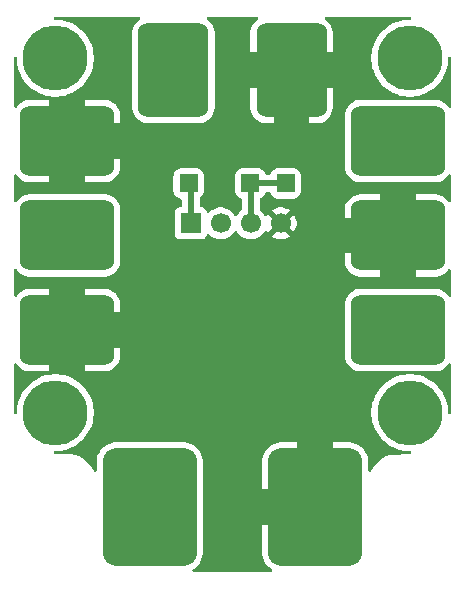
<source format=gbr>
%TF.GenerationSoftware,KiCad,Pcbnew,9.0.4*%
%TF.CreationDate,2025-09-29T17:30:00-04:00*%
%TF.ProjectId,power-board,706f7765-722d-4626-9f61-72642e6b6963,rev?*%
%TF.SameCoordinates,Original*%
%TF.FileFunction,Copper,L1,Top*%
%TF.FilePolarity,Positive*%
%FSLAX46Y46*%
G04 Gerber Fmt 4.6, Leading zero omitted, Abs format (unit mm)*
G04 Created by KiCad (PCBNEW 9.0.4) date 2025-09-29 17:30:00*
%MOMM*%
%LPD*%
G01*
G04 APERTURE LIST*
G04 Aperture macros list*
%AMRoundRect*
0 Rectangle with rounded corners*
0 $1 Rounding radius*
0 $2 $3 $4 $5 $6 $7 $8 $9 X,Y pos of 4 corners*
0 Add a 4 corners polygon primitive as box body*
4,1,4,$2,$3,$4,$5,$6,$7,$8,$9,$2,$3,0*
0 Add four circle primitives for the rounded corners*
1,1,$1+$1,$2,$3*
1,1,$1+$1,$4,$5*
1,1,$1+$1,$6,$7*
1,1,$1+$1,$8,$9*
0 Add four rect primitives between the rounded corners*
20,1,$1+$1,$2,$3,$4,$5,0*
20,1,$1+$1,$4,$5,$6,$7,0*
20,1,$1+$1,$6,$7,$8,$9,0*
20,1,$1+$1,$8,$9,$2,$3,0*%
G04 Aperture macros list end*
%TA.AperFunction,SMDPad,CuDef*%
%ADD10RoundRect,1.200000X-2.800000X-3.800000X2.800000X-3.800000X2.800000X3.800000X-2.800000X3.800000X0*%
%TD*%
%TA.AperFunction,ComponentPad*%
%ADD11C,0.600000*%
%TD*%
%TA.AperFunction,SMDPad,CuDef*%
%ADD12RoundRect,0.900000X3.100000X-2.100000X3.100000X2.100000X-3.100000X2.100000X-3.100000X-2.100000X0*%
%TD*%
%TA.AperFunction,SMDPad,CuDef*%
%ADD13RoundRect,0.900000X-2.100000X-3.100000X2.100000X-3.100000X2.100000X3.100000X-2.100000X3.100000X0*%
%TD*%
%TA.AperFunction,ComponentPad*%
%ADD14RoundRect,0.250000X-0.550000X-0.550000X0.550000X-0.550000X0.550000X0.550000X-0.550000X0.550000X0*%
%TD*%
%TA.AperFunction,ConnectorPad*%
%ADD15C,5.500000*%
%TD*%
%TA.AperFunction,ComponentPad*%
%ADD16C,3.600000*%
%TD*%
%TA.AperFunction,SMDPad,CuDef*%
%ADD17RoundRect,0.900000X-3.100000X2.100000X-3.100000X-2.100000X3.100000X-2.100000X3.100000X2.100000X0*%
%TD*%
%TA.AperFunction,ComponentPad*%
%ADD18C,1.700000*%
%TD*%
%TA.AperFunction,ComponentPad*%
%ADD19R,1.700000X1.700000*%
%TD*%
%TA.AperFunction,Conductor*%
%ADD20C,0.200000*%
%TD*%
%TA.AperFunction,Conductor*%
%ADD21C,0.500000*%
%TD*%
G04 APERTURE END LIST*
D10*
%TO.P,J9,1,Pin_1*%
%TO.N,/VBat*%
X78000000Y-88000000D03*
%TO.P,J9,2,Pin_2*%
%TO.N,GND*%
X92000000Y-88000000D03*
D11*
%TO.P,J9,3*%
%TO.N,/VBat*%
X75000000Y-84000000D03*
X75000000Y-86000000D03*
X75000000Y-88000000D03*
X75000000Y-90000000D03*
X75000000Y-92000000D03*
X77000000Y-84000000D03*
X77000000Y-86000000D03*
X77000000Y-88000000D03*
X77000000Y-90000000D03*
X77000000Y-92000000D03*
X79000000Y-84000000D03*
X79000000Y-86000000D03*
X79000000Y-88000000D03*
X79000000Y-90000000D03*
X79000000Y-92000000D03*
X81000000Y-84000000D03*
X81000000Y-86000000D03*
X81000000Y-88000000D03*
X81000000Y-90000000D03*
X81000000Y-92000000D03*
%TD*%
D12*
%TO.P,J8,1,Pin_1*%
%TO.N,GND*%
X99000000Y-65000000D03*
%TD*%
%TO.P,J6,1,Pin_1*%
%TO.N,GND*%
X71000000Y-73000000D03*
%TD*%
D13*
%TO.P,J4,1,Pin_1*%
%TO.N,GND*%
X90000000Y-51000000D03*
%TD*%
D12*
%TO.P,J2,1,Pin_1*%
%TO.N,GND*%
X71000000Y-57000000D03*
%TD*%
D14*
%TO.P,J11,1,Pin_1*%
%TO.N,/VCC_3V3*%
X86500000Y-60600000D03*
%TD*%
D15*
%TO.P,H4,1*%
%TO.N,N/C*%
X100000000Y-80000000D03*
D16*
X100000000Y-80000000D03*
%TD*%
D14*
%TO.P,J12,1,Pin_1*%
%TO.N,/VCC_3V3*%
X89500000Y-60600000D03*
%TD*%
D11*
%TO.P,J5,2*%
%TO.N,/VBat*%
X68000000Y-67000000D03*
X69500000Y-67000000D03*
X71000000Y-67000000D03*
X72500000Y-67000000D03*
X74000000Y-67000000D03*
X68000000Y-65000000D03*
X69500000Y-65000000D03*
X71000000Y-65000000D03*
X72500000Y-65000000D03*
X74000000Y-65000000D03*
X68000000Y-63000000D03*
X69500000Y-63000000D03*
X71000000Y-63000000D03*
X72500000Y-63000000D03*
X74000000Y-63000000D03*
D17*
%TO.P,J5,1,Pin_1*%
X71000000Y-65000000D03*
%TD*%
D11*
%TO.P,J7,2*%
%TO.N,/VBat*%
X102000000Y-71000000D03*
X100500000Y-71000000D03*
X99000000Y-71000000D03*
X97500000Y-71000000D03*
X96000000Y-71000000D03*
X102000000Y-73000000D03*
X100500000Y-73000000D03*
X99000000Y-73000000D03*
X97500000Y-73000000D03*
X96000000Y-73000000D03*
X102000000Y-75000000D03*
X100500000Y-75000000D03*
X99000000Y-75000000D03*
X97500000Y-75000000D03*
X96000000Y-75000000D03*
D12*
%TO.P,J7,1,Pin_1*%
X99000000Y-73000000D03*
%TD*%
D11*
%TO.P,J3,2*%
%TO.N,/VBat*%
X102000000Y-55000000D03*
X100500000Y-55000000D03*
X99000000Y-55000000D03*
X97500000Y-55000000D03*
X96000000Y-55000000D03*
X102000000Y-57000000D03*
X100500000Y-57000000D03*
X99000000Y-57000000D03*
X97500000Y-57000000D03*
X96000000Y-57000000D03*
X102000000Y-59000000D03*
X100500000Y-59000000D03*
X99000000Y-59000000D03*
X97500000Y-59000000D03*
X96000000Y-59000000D03*
D12*
%TO.P,J3,1,Pin_1*%
X99000000Y-57000000D03*
%TD*%
D15*
%TO.P,H1,1*%
%TO.N,N/C*%
X70000000Y-50000000D03*
D16*
X70000000Y-50000000D03*
%TD*%
D18*
%TO.P,P1,4,Pin_4*%
%TO.N,GND*%
X89080000Y-63975000D03*
%TO.P,P1,3,Pin_3*%
%TO.N,/VCC_3V3*%
X86540000Y-63975000D03*
%TO.P,P1,2,Pin_2*%
%TO.N,/VBat*%
X84000000Y-63975000D03*
D19*
%TO.P,P1,1,Pin_1*%
%TO.N,/EN*%
X81460000Y-63975000D03*
%TD*%
D13*
%TO.P,J1,1,Pin_1*%
%TO.N,/VBat*%
X80000000Y-51000000D03*
D11*
%TO.P,J1,2*%
X78000000Y-48000000D03*
X78000000Y-49500000D03*
X78000000Y-51000000D03*
X78000000Y-52500000D03*
X78000000Y-54000000D03*
X80000000Y-48000000D03*
X80000000Y-49500000D03*
X80000000Y-51000000D03*
X80000000Y-52500000D03*
X80000000Y-54000000D03*
X82000000Y-48000000D03*
X82000000Y-49500000D03*
X82000000Y-51000000D03*
X82000000Y-52500000D03*
X82000000Y-54000000D03*
%TD*%
D15*
%TO.P,H2,1*%
%TO.N,N/C*%
X100000000Y-50000000D03*
D16*
X100000000Y-50000000D03*
%TD*%
D14*
%TO.P,J10,1,Pin_1*%
%TO.N,/EN*%
X81300000Y-60600000D03*
%TD*%
D15*
%TO.P,H3,1*%
%TO.N,N/C*%
X70000000Y-80000000D03*
D16*
X70000000Y-80000000D03*
%TD*%
D20*
%TO.N,/EN*%
X81460000Y-60760000D02*
X81300000Y-60600000D01*
D21*
X81460000Y-63975000D02*
X81460000Y-60760000D01*
D20*
%TO.N,/VCC_3V3*%
X86540000Y-60640000D02*
X86500000Y-60600000D01*
D21*
X86540000Y-63975000D02*
X86540000Y-60640000D01*
X86500000Y-60600000D02*
X89500000Y-60600000D01*
%TD*%
%TA.AperFunction,Conductor*%
%TO.N,GND*%
G36*
X77128444Y-46520185D02*
G01*
X77174199Y-46572989D01*
X77184143Y-46642147D01*
X77155118Y-46705703D01*
X77124165Y-46731444D01*
X77121551Y-46732979D01*
X77088374Y-46752447D01*
X77088372Y-46752449D01*
X76906116Y-46906114D01*
X76906114Y-46906116D01*
X76752449Y-47088372D01*
X76752444Y-47088379D01*
X76631786Y-47293992D01*
X76576024Y-47441752D01*
X76547613Y-47517038D01*
X76547612Y-47517040D01*
X76547612Y-47517042D01*
X76502345Y-47751097D01*
X76502345Y-47751098D01*
X76499501Y-47804631D01*
X76499500Y-47804670D01*
X76499500Y-54195329D01*
X76499501Y-54195368D01*
X76502345Y-54248901D01*
X76502345Y-54248902D01*
X76511066Y-54293992D01*
X76547613Y-54482962D01*
X76560526Y-54517178D01*
X76631786Y-54706007D01*
X76752444Y-54911620D01*
X76752449Y-54911627D01*
X76906114Y-55093883D01*
X76906116Y-55093885D01*
X77088372Y-55247550D01*
X77088379Y-55247555D01*
X77293992Y-55368213D01*
X77517038Y-55452387D01*
X77751101Y-55497655D01*
X77804662Y-55500500D01*
X77804670Y-55500500D01*
X82195330Y-55500500D01*
X82195338Y-55500500D01*
X82248899Y-55497655D01*
X82482962Y-55452387D01*
X82706008Y-55368213D01*
X82911621Y-55247555D01*
X83093884Y-55093884D01*
X83094183Y-55093530D01*
X83247550Y-54911627D01*
X83247550Y-54911626D01*
X83247555Y-54911621D01*
X83368213Y-54706008D01*
X83452387Y-54482962D01*
X83497655Y-54248899D01*
X83500500Y-54195338D01*
X83500500Y-54195293D01*
X86500000Y-54195293D01*
X86500001Y-54195332D01*
X86502844Y-54248848D01*
X86502844Y-54248849D01*
X86548095Y-54482821D01*
X86632240Y-54705793D01*
X86752854Y-54911330D01*
X86752859Y-54911337D01*
X86906469Y-55093528D01*
X86906471Y-55093530D01*
X87088662Y-55247140D01*
X87088669Y-55247145D01*
X87294206Y-55367759D01*
X87517178Y-55451904D01*
X87751151Y-55497155D01*
X87804667Y-55499998D01*
X87804706Y-55500000D01*
X88500000Y-55500000D01*
X91500000Y-55500000D01*
X92195294Y-55500000D01*
X92195332Y-55499998D01*
X92248848Y-55497155D01*
X92248849Y-55497155D01*
X92482821Y-55451904D01*
X92705793Y-55367759D01*
X92911330Y-55247145D01*
X92911337Y-55247140D01*
X93093528Y-55093530D01*
X93093530Y-55093528D01*
X93247140Y-54911337D01*
X93247145Y-54911330D01*
X93367759Y-54705793D01*
X93451904Y-54482821D01*
X93497155Y-54248849D01*
X93497155Y-54248848D01*
X93499998Y-54195332D01*
X93500000Y-54195293D01*
X93500000Y-52500000D01*
X91500000Y-52500000D01*
X91500000Y-55500000D01*
X88500000Y-55500000D01*
X88500000Y-52500000D01*
X86500000Y-52500000D01*
X86500000Y-54195293D01*
X83500500Y-54195293D01*
X83500500Y-47804662D01*
X83497655Y-47751101D01*
X83452387Y-47517038D01*
X83368213Y-47293992D01*
X83247555Y-47088379D01*
X83247550Y-47088372D01*
X83093885Y-46906116D01*
X83093883Y-46906114D01*
X82911627Y-46752449D01*
X82911625Y-46752447D01*
X82891235Y-46740482D01*
X82875835Y-46731445D01*
X82827980Y-46680538D01*
X82815243Y-46611840D01*
X82841669Y-46547160D01*
X82898869Y-46507036D01*
X82938595Y-46500500D01*
X87062394Y-46500500D01*
X87129433Y-46520185D01*
X87175188Y-46572989D01*
X87185132Y-46642147D01*
X87156107Y-46705703D01*
X87125152Y-46731446D01*
X87088669Y-46752854D01*
X87088662Y-46752859D01*
X86906471Y-46906469D01*
X86906469Y-46906471D01*
X86752859Y-47088662D01*
X86752854Y-47088669D01*
X86632240Y-47294206D01*
X86548095Y-47517178D01*
X86502844Y-47751150D01*
X86502844Y-47751151D01*
X86500001Y-47804667D01*
X86500000Y-47804706D01*
X86500000Y-49500000D01*
X93500000Y-49500000D01*
X93500000Y-47804706D01*
X93499998Y-47804667D01*
X93497155Y-47751151D01*
X93497155Y-47751150D01*
X93451904Y-47517178D01*
X93367759Y-47294206D01*
X93247145Y-47088669D01*
X93247140Y-47088662D01*
X93093530Y-46906471D01*
X93093528Y-46906469D01*
X92911337Y-46752859D01*
X92911330Y-46752854D01*
X92874848Y-46731446D01*
X92826991Y-46680539D01*
X92814254Y-46611840D01*
X92840680Y-46547161D01*
X92897880Y-46507036D01*
X92937606Y-46500500D01*
X99934108Y-46500500D01*
X99996949Y-46500500D01*
X100003033Y-46500649D01*
X100023389Y-46501649D01*
X100089382Y-46524600D01*
X100132491Y-46579585D01*
X100139029Y-46649148D01*
X100106921Y-46711203D01*
X100046360Y-46746048D01*
X100017305Y-46749500D01*
X99840313Y-46749500D01*
X99767822Y-46756639D01*
X99522477Y-46780803D01*
X99209245Y-46843109D01*
X98903617Y-46935820D01*
X98608553Y-47058040D01*
X98608548Y-47058042D01*
X98326905Y-47208584D01*
X98326877Y-47208601D01*
X98061361Y-47386012D01*
X98061338Y-47386029D01*
X97814459Y-47588638D01*
X97588638Y-47814459D01*
X97386029Y-48061338D01*
X97386012Y-48061361D01*
X97208601Y-48326877D01*
X97208584Y-48326905D01*
X97058042Y-48608548D01*
X97058040Y-48608553D01*
X96935820Y-48903617D01*
X96843109Y-49209245D01*
X96780803Y-49522477D01*
X96756639Y-49767822D01*
X96753126Y-49803504D01*
X96749500Y-49840316D01*
X96749500Y-50159683D01*
X96780803Y-50477522D01*
X96843109Y-50790754D01*
X96935820Y-51096382D01*
X97058040Y-51391446D01*
X97058042Y-51391451D01*
X97208584Y-51673094D01*
X97208601Y-51673122D01*
X97386012Y-51938638D01*
X97386029Y-51938661D01*
X97588638Y-52185540D01*
X97814459Y-52411361D01*
X97814464Y-52411365D01*
X97814465Y-52411366D01*
X98061344Y-52613975D01*
X98061351Y-52613980D01*
X98061361Y-52613987D01*
X98326877Y-52791398D01*
X98326882Y-52791401D01*
X98326894Y-52791409D01*
X98326903Y-52791413D01*
X98326905Y-52791415D01*
X98608548Y-52941957D01*
X98608550Y-52941957D01*
X98608556Y-52941961D01*
X98903619Y-53064180D01*
X99209240Y-53156889D01*
X99522477Y-53219196D01*
X99840313Y-53250500D01*
X99840316Y-53250500D01*
X100159684Y-53250500D01*
X100159687Y-53250500D01*
X100477523Y-53219196D01*
X100790760Y-53156889D01*
X101096381Y-53064180D01*
X101391444Y-52941961D01*
X101673106Y-52791409D01*
X101938656Y-52613975D01*
X102185535Y-52411366D01*
X102411366Y-52185535D01*
X102613975Y-51938656D01*
X102791409Y-51673106D01*
X102941961Y-51391444D01*
X103064180Y-51096381D01*
X103156889Y-50790760D01*
X103219196Y-50477523D01*
X103250500Y-50159687D01*
X103250500Y-49982695D01*
X103259517Y-49951983D01*
X103267021Y-49920855D01*
X103269297Y-49918677D01*
X103270185Y-49915656D01*
X103294372Y-49894697D01*
X103317516Y-49872564D01*
X103320609Y-49871963D01*
X103322989Y-49869901D01*
X103354671Y-49865345D01*
X103386103Y-49859239D01*
X103389028Y-49860405D01*
X103392147Y-49859957D01*
X103421274Y-49873258D01*
X103451007Y-49885111D01*
X103452837Y-49887673D01*
X103455703Y-49888982D01*
X103473009Y-49915911D01*
X103491620Y-49941964D01*
X103492429Y-49946129D01*
X103493477Y-49947760D01*
X103498351Y-49976611D01*
X103499351Y-49996967D01*
X103499500Y-50003051D01*
X103499500Y-54061405D01*
X103479815Y-54128444D01*
X103427011Y-54174199D01*
X103357853Y-54184143D01*
X103294297Y-54155118D01*
X103268554Y-54124164D01*
X103247727Y-54088673D01*
X103247555Y-54088379D01*
X103247554Y-54088378D01*
X103247552Y-54088374D01*
X103247550Y-54088372D01*
X103093885Y-53906116D01*
X103093883Y-53906114D01*
X102911627Y-53752449D01*
X102911620Y-53752444D01*
X102706007Y-53631786D01*
X102614008Y-53597068D01*
X102482962Y-53547613D01*
X102482957Y-53547612D01*
X102248901Y-53502345D01*
X102195368Y-53499501D01*
X102195345Y-53499500D01*
X102195338Y-53499500D01*
X95804662Y-53499500D01*
X95804654Y-53499500D01*
X95804631Y-53499501D01*
X95751098Y-53502345D01*
X95751097Y-53502345D01*
X95517042Y-53547612D01*
X95517040Y-53547612D01*
X95517038Y-53547613D01*
X95441752Y-53576024D01*
X95293992Y-53631786D01*
X95088379Y-53752444D01*
X95088372Y-53752449D01*
X94906116Y-53906114D01*
X94906114Y-53906116D01*
X94752449Y-54088372D01*
X94752444Y-54088379D01*
X94631786Y-54293992D01*
X94576024Y-54441752D01*
X94547613Y-54517038D01*
X94547612Y-54517040D01*
X94547612Y-54517042D01*
X94502345Y-54751097D01*
X94502345Y-54751098D01*
X94499501Y-54804631D01*
X94499500Y-54804670D01*
X94499500Y-59195329D01*
X94499501Y-59195368D01*
X94502345Y-59248901D01*
X94502345Y-59248902D01*
X94512131Y-59299500D01*
X94547613Y-59482962D01*
X94584740Y-59581342D01*
X94631786Y-59706007D01*
X94752444Y-59911620D01*
X94752449Y-59911627D01*
X94906114Y-60093883D01*
X94906116Y-60093885D01*
X95088372Y-60247550D01*
X95088379Y-60247555D01*
X95293992Y-60368213D01*
X95517038Y-60452387D01*
X95751101Y-60497655D01*
X95804662Y-60500500D01*
X95804670Y-60500500D01*
X102195330Y-60500500D01*
X102195338Y-60500500D01*
X102248899Y-60497655D01*
X102482962Y-60452387D01*
X102706008Y-60368213D01*
X102911621Y-60247555D01*
X103093884Y-60093884D01*
X103094183Y-60093530D01*
X103247550Y-59911627D01*
X103247550Y-59911626D01*
X103247555Y-59911621D01*
X103268554Y-59875837D01*
X103319460Y-59827980D01*
X103388159Y-59815242D01*
X103452839Y-59841668D01*
X103492964Y-59898867D01*
X103499500Y-59938594D01*
X103499500Y-62062393D01*
X103479815Y-62129432D01*
X103427011Y-62175187D01*
X103357853Y-62185131D01*
X103294297Y-62156106D01*
X103268555Y-62125152D01*
X103247148Y-62088673D01*
X103247140Y-62088662D01*
X103093530Y-61906471D01*
X103093528Y-61906469D01*
X102911337Y-61752859D01*
X102911330Y-61752854D01*
X102705793Y-61632240D01*
X102482821Y-61548095D01*
X102248848Y-61502844D01*
X102195332Y-61500001D01*
X102195294Y-61500000D01*
X100500000Y-61500000D01*
X100500000Y-68500000D01*
X102195294Y-68500000D01*
X102195332Y-68499998D01*
X102248848Y-68497155D01*
X102248849Y-68497155D01*
X102482821Y-68451904D01*
X102705793Y-68367759D01*
X102911330Y-68247145D01*
X102911337Y-68247140D01*
X103093528Y-68093530D01*
X103093530Y-68093528D01*
X103247140Y-67911337D01*
X103247145Y-67911330D01*
X103268554Y-67874848D01*
X103319461Y-67826991D01*
X103388160Y-67814254D01*
X103452839Y-67840680D01*
X103492964Y-67897880D01*
X103499500Y-67937606D01*
X103499500Y-70061405D01*
X103479815Y-70128444D01*
X103427011Y-70174199D01*
X103357853Y-70184143D01*
X103294297Y-70155118D01*
X103268554Y-70124164D01*
X103247727Y-70088673D01*
X103247555Y-70088379D01*
X103247554Y-70088378D01*
X103247552Y-70088374D01*
X103247550Y-70088372D01*
X103093885Y-69906116D01*
X103093883Y-69906114D01*
X102911627Y-69752449D01*
X102911620Y-69752444D01*
X102706007Y-69631786D01*
X102614008Y-69597068D01*
X102482962Y-69547613D01*
X102482957Y-69547612D01*
X102248901Y-69502345D01*
X102195368Y-69499501D01*
X102195345Y-69499500D01*
X102195338Y-69499500D01*
X95804662Y-69499500D01*
X95804654Y-69499500D01*
X95804631Y-69499501D01*
X95751098Y-69502345D01*
X95751097Y-69502345D01*
X95517042Y-69547612D01*
X95517040Y-69547612D01*
X95517038Y-69547613D01*
X95441752Y-69576024D01*
X95293992Y-69631786D01*
X95088379Y-69752444D01*
X95088372Y-69752449D01*
X94906116Y-69906114D01*
X94906114Y-69906116D01*
X94752449Y-70088372D01*
X94752444Y-70088379D01*
X94631786Y-70293992D01*
X94576024Y-70441752D01*
X94547613Y-70517038D01*
X94547612Y-70517040D01*
X94547612Y-70517042D01*
X94502345Y-70751097D01*
X94502345Y-70751098D01*
X94499501Y-70804631D01*
X94499500Y-70804670D01*
X94499500Y-75195329D01*
X94499501Y-75195368D01*
X94502345Y-75248901D01*
X94502345Y-75248902D01*
X94547586Y-75482821D01*
X94547613Y-75482962D01*
X94597068Y-75614008D01*
X94631786Y-75706007D01*
X94752444Y-75911620D01*
X94752449Y-75911627D01*
X94906114Y-76093883D01*
X94906116Y-76093885D01*
X95088372Y-76247550D01*
X95088379Y-76247555D01*
X95293992Y-76368213D01*
X95517038Y-76452387D01*
X95751101Y-76497655D01*
X95804662Y-76500500D01*
X95804670Y-76500500D01*
X102195330Y-76500500D01*
X102195338Y-76500500D01*
X102248899Y-76497655D01*
X102482962Y-76452387D01*
X102706008Y-76368213D01*
X102911621Y-76247555D01*
X103093884Y-76093884D01*
X103094183Y-76093530D01*
X103247550Y-75911627D01*
X103247550Y-75911626D01*
X103247555Y-75911621D01*
X103268554Y-75875837D01*
X103319460Y-75827980D01*
X103388159Y-75815242D01*
X103452839Y-75841668D01*
X103492964Y-75898867D01*
X103499500Y-75938594D01*
X103499500Y-79996948D01*
X103499351Y-80003032D01*
X103498351Y-80023388D01*
X103475400Y-80089381D01*
X103420415Y-80132490D01*
X103350852Y-80139028D01*
X103288797Y-80106920D01*
X103253952Y-80046359D01*
X103250500Y-80017304D01*
X103250500Y-79840316D01*
X103219196Y-79522477D01*
X103156890Y-79209245D01*
X103156889Y-79209244D01*
X103156889Y-79209240D01*
X103064180Y-78903619D01*
X102941961Y-78608556D01*
X102791409Y-78326894D01*
X102791398Y-78326877D01*
X102613987Y-78061361D01*
X102613980Y-78061351D01*
X102613975Y-78061344D01*
X102411366Y-77814465D01*
X102411365Y-77814464D01*
X102411361Y-77814459D01*
X102185540Y-77588638D01*
X101938661Y-77386029D01*
X101938638Y-77386012D01*
X101673122Y-77208601D01*
X101673094Y-77208584D01*
X101391451Y-77058042D01*
X101391446Y-77058040D01*
X101096382Y-76935820D01*
X100790754Y-76843109D01*
X100477521Y-76780803D01*
X100477522Y-76780803D01*
X100238141Y-76757227D01*
X100159687Y-76749500D01*
X99840313Y-76749500D01*
X99767822Y-76756639D01*
X99522477Y-76780803D01*
X99209245Y-76843109D01*
X98903617Y-76935820D01*
X98608553Y-77058040D01*
X98608548Y-77058042D01*
X98326905Y-77208584D01*
X98326877Y-77208601D01*
X98061361Y-77386012D01*
X98061338Y-77386029D01*
X97814459Y-77588638D01*
X97588638Y-77814459D01*
X97386029Y-78061338D01*
X97386012Y-78061361D01*
X97208601Y-78326877D01*
X97208584Y-78326905D01*
X97058042Y-78608548D01*
X97058040Y-78608553D01*
X96935820Y-78903617D01*
X96843109Y-79209245D01*
X96780803Y-79522477D01*
X96756639Y-79767822D01*
X96749500Y-79840313D01*
X96749500Y-80159687D01*
X96759019Y-80256340D01*
X96780803Y-80477522D01*
X96843109Y-80790754D01*
X96935820Y-81096382D01*
X97058040Y-81391446D01*
X97058042Y-81391451D01*
X97208584Y-81673094D01*
X97208601Y-81673122D01*
X97386012Y-81938638D01*
X97386029Y-81938661D01*
X97588638Y-82185540D01*
X97814459Y-82411361D01*
X97814464Y-82411365D01*
X97814465Y-82411366D01*
X98061344Y-82613975D01*
X98061351Y-82613980D01*
X98061361Y-82613987D01*
X98326877Y-82791398D01*
X98326882Y-82791401D01*
X98326894Y-82791409D01*
X98326903Y-82791413D01*
X98326905Y-82791415D01*
X98608548Y-82941957D01*
X98608550Y-82941957D01*
X98608556Y-82941961D01*
X98903619Y-83064180D01*
X99209240Y-83156889D01*
X99522477Y-83219196D01*
X99840313Y-83250500D01*
X99840316Y-83250500D01*
X100012321Y-83250500D01*
X100043535Y-83259665D01*
X100075115Y-83267575D01*
X100076883Y-83269457D01*
X100079360Y-83270185D01*
X100100657Y-83294763D01*
X100122955Y-83318498D01*
X100123425Y-83321038D01*
X100125115Y-83322989D01*
X100129744Y-83355188D01*
X100135669Y-83387201D01*
X100134691Y-83389591D01*
X100135059Y-83392147D01*
X100121539Y-83421750D01*
X100109221Y-83451872D01*
X100107106Y-83453354D01*
X100106034Y-83455703D01*
X100078651Y-83473300D01*
X100052008Y-83491977D01*
X100048612Y-83492605D01*
X100047256Y-83493477D01*
X100017302Y-83498400D01*
X99993654Y-83499351D01*
X99992435Y-83499400D01*
X99987453Y-83499500D01*
X99934106Y-83499500D01*
X99926051Y-83500560D01*
X99926020Y-83500329D01*
X99910468Y-83502695D01*
X98512615Y-83558902D01*
X98512616Y-83558903D01*
X98509087Y-83559044D01*
X98457465Y-83558177D01*
X98443432Y-83561685D01*
X98430703Y-83562197D01*
X98430702Y-83562197D01*
X98428981Y-83562267D01*
X98428975Y-83562268D01*
X98383107Y-83576556D01*
X98376286Y-83578469D01*
X98247171Y-83610727D01*
X98247162Y-83610729D01*
X97965350Y-83718580D01*
X97965342Y-83718583D01*
X97698542Y-83859536D01*
X97450613Y-84031554D01*
X97225183Y-84232119D01*
X97225180Y-84232122D01*
X97025487Y-84458352D01*
X97025486Y-84458353D01*
X96854452Y-84706940D01*
X96733865Y-84937375D01*
X96685341Y-84987646D01*
X96617341Y-85003703D01*
X96551455Y-84980448D01*
X96508602Y-84925263D01*
X96499999Y-84879882D01*
X96499999Y-84095633D01*
X96499998Y-84095598D01*
X96497188Y-84036949D01*
X96497187Y-84036941D01*
X96452407Y-83779781D01*
X96452407Y-83779779D01*
X96368896Y-83532467D01*
X96368893Y-83532460D01*
X96248607Y-83300794D01*
X96094375Y-83090213D01*
X96094371Y-83090208D01*
X95909791Y-82905628D01*
X95909786Y-82905624D01*
X95699205Y-82751392D01*
X95467539Y-82631106D01*
X95467532Y-82631103D01*
X95220219Y-82547592D01*
X94963053Y-82502812D01*
X94904398Y-82500000D01*
X93500000Y-82500000D01*
X93500000Y-87876000D01*
X93480315Y-87943039D01*
X93427511Y-87988794D01*
X93376000Y-88000000D01*
X92000000Y-88000000D01*
X92000000Y-89376000D01*
X91980315Y-89443039D01*
X91927511Y-89488794D01*
X91876000Y-89500000D01*
X87500001Y-89500000D01*
X87500001Y-91904401D01*
X87502811Y-91963050D01*
X87502812Y-91963058D01*
X87547592Y-92220218D01*
X87547592Y-92220220D01*
X87631103Y-92467532D01*
X87631106Y-92467539D01*
X87751392Y-92699205D01*
X87905624Y-92909786D01*
X87905628Y-92909791D01*
X88090208Y-93094371D01*
X88090213Y-93094375D01*
X88300794Y-93248607D01*
X88333232Y-93265450D01*
X88383659Y-93313813D01*
X88399934Y-93381760D01*
X88376890Y-93447720D01*
X88321843Y-93490751D01*
X88276092Y-93499500D01*
X81724993Y-93499500D01*
X81657954Y-93479815D01*
X81612199Y-93427011D01*
X81602255Y-93357853D01*
X81631280Y-93294297D01*
X81667853Y-93265450D01*
X81668845Y-93264934D01*
X81699466Y-93249036D01*
X81910119Y-93094751D01*
X82094751Y-92910119D01*
X82249036Y-92699466D01*
X82369357Y-92467730D01*
X82452893Y-92220343D01*
X82497687Y-91963104D01*
X82500500Y-91904410D01*
X82500500Y-84095601D01*
X87500000Y-84095601D01*
X87500000Y-86500000D01*
X90500000Y-86500000D01*
X90500000Y-82500000D01*
X89095633Y-82500000D01*
X89095598Y-82500001D01*
X89036949Y-82502811D01*
X89036941Y-82502812D01*
X88779781Y-82547592D01*
X88779779Y-82547592D01*
X88532467Y-82631103D01*
X88532460Y-82631106D01*
X88300794Y-82751392D01*
X88090213Y-82905624D01*
X88090208Y-82905628D01*
X87905628Y-83090208D01*
X87905624Y-83090213D01*
X87751392Y-83300794D01*
X87631106Y-83532460D01*
X87631103Y-83532467D01*
X87547592Y-83779779D01*
X87547592Y-83779781D01*
X87502812Y-84036946D01*
X87500000Y-84095601D01*
X82500500Y-84095601D01*
X82500500Y-84095590D01*
X82497687Y-84036896D01*
X82452893Y-83779657D01*
X82369357Y-83532270D01*
X82249036Y-83300534D01*
X82249034Y-83300532D01*
X82249033Y-83300529D01*
X82094755Y-83089886D01*
X82094751Y-83089881D01*
X81910118Y-82905248D01*
X81910113Y-82905244D01*
X81699470Y-82750966D01*
X81611229Y-82705150D01*
X81467730Y-82630643D01*
X81220343Y-82547107D01*
X80963104Y-82502313D01*
X80952098Y-82501785D01*
X80904423Y-82499500D01*
X80904410Y-82499500D01*
X75095590Y-82499500D01*
X75095576Y-82499500D01*
X75044232Y-82501961D01*
X75036896Y-82502313D01*
X74865403Y-82532175D01*
X74779656Y-82547107D01*
X74779655Y-82547107D01*
X74532270Y-82630643D01*
X74300529Y-82750966D01*
X74089886Y-82905244D01*
X74089881Y-82905248D01*
X73905248Y-83089881D01*
X73905244Y-83089886D01*
X73750966Y-83300529D01*
X73630643Y-83532270D01*
X73547107Y-83779655D01*
X73547107Y-83779656D01*
X73547107Y-83779657D01*
X73502313Y-84036896D01*
X73501961Y-84044232D01*
X73499500Y-84095576D01*
X73499500Y-84878689D01*
X73479815Y-84945728D01*
X73427011Y-84991483D01*
X73357853Y-85001427D01*
X73294297Y-84972402D01*
X73265704Y-84936315D01*
X73143793Y-84704035D01*
X73143787Y-84704026D01*
X72971952Y-84455078D01*
X72971947Y-84455072D01*
X72771353Y-84228648D01*
X72771351Y-84228646D01*
X72544927Y-84028052D01*
X72544921Y-84028047D01*
X72295973Y-83856212D01*
X72295964Y-83856206D01*
X72028117Y-83715628D01*
X71745272Y-83608358D01*
X71605423Y-83573889D01*
X71451551Y-83535963D01*
X71271371Y-83514085D01*
X71151254Y-83499500D01*
X71151252Y-83499500D01*
X71065892Y-83499500D01*
X70003051Y-83499500D01*
X69996967Y-83499351D01*
X69976610Y-83498350D01*
X69910618Y-83475400D01*
X69867509Y-83420415D01*
X69860971Y-83350852D01*
X69893079Y-83288797D01*
X69953640Y-83253952D01*
X69982695Y-83250500D01*
X70159684Y-83250500D01*
X70159687Y-83250500D01*
X70477523Y-83219196D01*
X70790760Y-83156889D01*
X71096381Y-83064180D01*
X71391444Y-82941961D01*
X71673106Y-82791409D01*
X71938656Y-82613975D01*
X72185535Y-82411366D01*
X72411366Y-82185535D01*
X72613975Y-81938656D01*
X72791409Y-81673106D01*
X72941961Y-81391444D01*
X73064180Y-81096381D01*
X73156889Y-80790760D01*
X73219196Y-80477523D01*
X73250500Y-80159687D01*
X73250500Y-79840313D01*
X73219196Y-79522477D01*
X73156889Y-79209240D01*
X73064180Y-78903619D01*
X72941961Y-78608556D01*
X72791409Y-78326894D01*
X72791398Y-78326877D01*
X72613987Y-78061361D01*
X72613980Y-78061351D01*
X72613975Y-78061344D01*
X72411366Y-77814465D01*
X72411365Y-77814464D01*
X72411361Y-77814459D01*
X72185540Y-77588638D01*
X71938661Y-77386029D01*
X71938638Y-77386012D01*
X71673122Y-77208601D01*
X71673094Y-77208584D01*
X71391451Y-77058042D01*
X71391446Y-77058040D01*
X71096382Y-76935820D01*
X70790754Y-76843109D01*
X70477521Y-76780803D01*
X70477522Y-76780803D01*
X70238141Y-76757227D01*
X70159687Y-76749500D01*
X69840313Y-76749500D01*
X69767822Y-76756639D01*
X69522477Y-76780803D01*
X69209245Y-76843109D01*
X68903617Y-76935820D01*
X68608553Y-77058040D01*
X68608548Y-77058042D01*
X68326905Y-77208584D01*
X68326877Y-77208601D01*
X68061361Y-77386012D01*
X68061338Y-77386029D01*
X67814459Y-77588638D01*
X67588638Y-77814459D01*
X67386029Y-78061338D01*
X67386012Y-78061361D01*
X67208601Y-78326877D01*
X67208584Y-78326905D01*
X67058042Y-78608548D01*
X67058040Y-78608553D01*
X66935820Y-78903617D01*
X66843109Y-79209245D01*
X66780803Y-79522477D01*
X66749500Y-79840316D01*
X66749500Y-80017304D01*
X66740482Y-80048015D01*
X66732979Y-80079144D01*
X66730702Y-80081321D01*
X66729815Y-80084343D01*
X66705627Y-80105301D01*
X66682484Y-80127435D01*
X66679390Y-80128035D01*
X66677011Y-80130098D01*
X66645328Y-80134653D01*
X66613897Y-80140760D01*
X66610971Y-80139593D01*
X66607853Y-80140042D01*
X66578725Y-80126740D01*
X66548993Y-80114888D01*
X66547162Y-80112325D01*
X66544297Y-80111017D01*
X66526990Y-80084087D01*
X66508380Y-80058035D01*
X66507570Y-80053869D01*
X66506523Y-80052239D01*
X66501649Y-80023388D01*
X66500649Y-80003032D01*
X66500500Y-79996948D01*
X66500500Y-75937606D01*
X66520185Y-75870567D01*
X66572989Y-75824812D01*
X66642147Y-75814868D01*
X66705703Y-75843893D01*
X66731446Y-75874848D01*
X66752854Y-75911330D01*
X66752859Y-75911337D01*
X66906469Y-76093528D01*
X66906471Y-76093530D01*
X67088662Y-76247140D01*
X67088669Y-76247145D01*
X67294206Y-76367759D01*
X67517178Y-76451904D01*
X67751151Y-76497155D01*
X67804667Y-76499998D01*
X67804706Y-76500000D01*
X69500000Y-76500000D01*
X72500000Y-76500000D01*
X74195294Y-76500000D01*
X74195332Y-76499998D01*
X74248848Y-76497155D01*
X74248849Y-76497155D01*
X74482821Y-76451904D01*
X74705793Y-76367759D01*
X74911330Y-76247145D01*
X74911337Y-76247140D01*
X75093528Y-76093530D01*
X75093530Y-76093528D01*
X75247140Y-75911337D01*
X75247145Y-75911330D01*
X75367759Y-75705793D01*
X75451904Y-75482821D01*
X75497155Y-75248849D01*
X75497155Y-75248848D01*
X75499998Y-75195332D01*
X75500000Y-75195293D01*
X75500000Y-74500000D01*
X72500000Y-74500000D01*
X72500000Y-76500000D01*
X69500000Y-76500000D01*
X69500000Y-71500000D01*
X72500000Y-71500000D01*
X75500000Y-71500000D01*
X75500000Y-70804706D01*
X75499998Y-70804667D01*
X75497155Y-70751151D01*
X75497155Y-70751150D01*
X75451904Y-70517178D01*
X75367759Y-70294206D01*
X75247145Y-70088669D01*
X75247140Y-70088662D01*
X75093530Y-69906471D01*
X75093528Y-69906469D01*
X74911337Y-69752859D01*
X74911330Y-69752854D01*
X74705793Y-69632240D01*
X74482821Y-69548095D01*
X74248848Y-69502844D01*
X74195332Y-69500001D01*
X74195294Y-69500000D01*
X72500000Y-69500000D01*
X72500000Y-71500000D01*
X69500000Y-71500000D01*
X69500000Y-69500000D01*
X67804706Y-69500000D01*
X67804667Y-69500001D01*
X67751151Y-69502844D01*
X67751150Y-69502844D01*
X67517178Y-69548095D01*
X67294206Y-69632240D01*
X67088669Y-69752854D01*
X67088662Y-69752859D01*
X66906471Y-69906469D01*
X66906469Y-69906471D01*
X66752859Y-70088662D01*
X66752851Y-70088673D01*
X66731445Y-70125152D01*
X66680538Y-70173008D01*
X66611839Y-70185745D01*
X66547160Y-70159318D01*
X66507035Y-70102118D01*
X66500500Y-70062393D01*
X66500500Y-67938594D01*
X66520185Y-67871555D01*
X66572989Y-67825800D01*
X66642147Y-67815856D01*
X66705703Y-67844881D01*
X66731446Y-67875837D01*
X66752441Y-67911615D01*
X66752449Y-67911627D01*
X66906114Y-68093883D01*
X66906116Y-68093885D01*
X67088372Y-68247550D01*
X67088379Y-68247555D01*
X67293992Y-68368213D01*
X67517038Y-68452387D01*
X67751101Y-68497655D01*
X67804662Y-68500500D01*
X67804670Y-68500500D01*
X74195330Y-68500500D01*
X74195338Y-68500500D01*
X74248899Y-68497655D01*
X74482962Y-68452387D01*
X74706008Y-68368213D01*
X74911621Y-68247555D01*
X75093884Y-68093884D01*
X75094183Y-68093530D01*
X75247550Y-67911627D01*
X75247550Y-67911626D01*
X75247555Y-67911621D01*
X75368213Y-67706008D01*
X75452387Y-67482962D01*
X75497655Y-67248899D01*
X75500500Y-67195338D01*
X75500500Y-67195293D01*
X94500000Y-67195293D01*
X94500001Y-67195332D01*
X94502844Y-67248848D01*
X94502844Y-67248849D01*
X94548095Y-67482821D01*
X94632240Y-67705793D01*
X94752854Y-67911330D01*
X94752859Y-67911337D01*
X94906469Y-68093528D01*
X94906471Y-68093530D01*
X95088662Y-68247140D01*
X95088669Y-68247145D01*
X95294206Y-68367759D01*
X95517178Y-68451904D01*
X95751151Y-68497155D01*
X95804667Y-68499998D01*
X95804706Y-68500000D01*
X97500000Y-68500000D01*
X97500000Y-66500000D01*
X94500000Y-66500000D01*
X94500000Y-67195293D01*
X75500500Y-67195293D01*
X75500500Y-62804662D01*
X75497655Y-62751101D01*
X75452387Y-62517038D01*
X75368213Y-62293992D01*
X75247555Y-62088379D01*
X75247551Y-62088374D01*
X75247550Y-62088372D01*
X75093885Y-61906116D01*
X75093883Y-61906114D01*
X74911627Y-61752449D01*
X74911620Y-61752444D01*
X74706007Y-61631786D01*
X74614008Y-61597068D01*
X74482962Y-61547613D01*
X74482957Y-61547612D01*
X74248901Y-61502345D01*
X74195368Y-61499501D01*
X74195345Y-61499500D01*
X74195338Y-61499500D01*
X67804662Y-61499500D01*
X67804654Y-61499500D01*
X67804631Y-61499501D01*
X67751098Y-61502345D01*
X67751097Y-61502345D01*
X67517042Y-61547612D01*
X67517040Y-61547612D01*
X67517038Y-61547613D01*
X67441752Y-61576024D01*
X67293992Y-61631786D01*
X67088379Y-61752444D01*
X67088372Y-61752449D01*
X66906116Y-61906114D01*
X66906114Y-61906116D01*
X66752449Y-62088372D01*
X66752447Y-62088374D01*
X66731446Y-62124164D01*
X66680538Y-62172020D01*
X66611840Y-62184757D01*
X66547160Y-62158331D01*
X66507036Y-62101131D01*
X66500500Y-62061405D01*
X66500500Y-59937606D01*
X66520185Y-59870567D01*
X66572989Y-59824812D01*
X66642147Y-59814868D01*
X66705703Y-59843893D01*
X66731446Y-59874848D01*
X66752854Y-59911330D01*
X66752859Y-59911337D01*
X66906469Y-60093528D01*
X66906471Y-60093530D01*
X67088662Y-60247140D01*
X67088669Y-60247145D01*
X67294206Y-60367759D01*
X67517178Y-60451904D01*
X67751151Y-60497155D01*
X67804667Y-60499998D01*
X67804706Y-60500000D01*
X69500000Y-60500000D01*
X72500000Y-60500000D01*
X74195294Y-60500000D01*
X74195332Y-60499998D01*
X74248848Y-60497155D01*
X74248849Y-60497155D01*
X74482821Y-60451904D01*
X74705793Y-60367759D01*
X74911330Y-60247145D01*
X74911337Y-60247140D01*
X75093528Y-60093530D01*
X75093530Y-60093528D01*
X75172401Y-59999983D01*
X79999500Y-59999983D01*
X79999500Y-61200001D01*
X79999501Y-61200018D01*
X80010000Y-61302796D01*
X80010001Y-61302799D01*
X80065184Y-61469328D01*
X80065186Y-61469334D01*
X80157288Y-61618656D01*
X80281344Y-61742712D01*
X80430666Y-61834814D01*
X80597203Y-61889999D01*
X80598089Y-61890089D01*
X80598600Y-61890297D01*
X80603827Y-61891417D01*
X80603627Y-61892348D01*
X80662783Y-61916477D01*
X80702941Y-61973653D01*
X80709500Y-62013448D01*
X80709500Y-62500500D01*
X80689815Y-62567539D01*
X80637011Y-62613294D01*
X80585505Y-62624500D01*
X80562132Y-62624500D01*
X80562123Y-62624501D01*
X80502516Y-62630908D01*
X80367671Y-62681202D01*
X80367664Y-62681206D01*
X80252455Y-62767452D01*
X80252452Y-62767455D01*
X80166206Y-62882664D01*
X80166202Y-62882671D01*
X80115908Y-63017517D01*
X80109501Y-63077116D01*
X80109500Y-63077135D01*
X80109500Y-64872870D01*
X80109501Y-64872876D01*
X80115908Y-64932483D01*
X80166202Y-65067328D01*
X80166206Y-65067335D01*
X80252452Y-65182544D01*
X80252455Y-65182547D01*
X80367664Y-65268793D01*
X80367671Y-65268797D01*
X80502517Y-65319091D01*
X80502516Y-65319091D01*
X80509444Y-65319835D01*
X80562127Y-65325500D01*
X82357872Y-65325499D01*
X82417483Y-65319091D01*
X82552331Y-65268796D01*
X82667546Y-65182546D01*
X82753796Y-65067331D01*
X82802810Y-64935916D01*
X82844681Y-64879984D01*
X82910145Y-64855566D01*
X82978418Y-64870417D01*
X83006673Y-64891569D01*
X83120213Y-65005109D01*
X83292179Y-65130048D01*
X83292181Y-65130049D01*
X83292184Y-65130051D01*
X83481588Y-65226557D01*
X83683757Y-65292246D01*
X83893713Y-65325500D01*
X83893714Y-65325500D01*
X84106286Y-65325500D01*
X84106287Y-65325500D01*
X84316243Y-65292246D01*
X84518412Y-65226557D01*
X84707816Y-65130051D01*
X84794138Y-65067335D01*
X84879786Y-65005109D01*
X84879788Y-65005106D01*
X84879792Y-65005104D01*
X85030104Y-64854792D01*
X85030106Y-64854788D01*
X85030109Y-64854786D01*
X85155048Y-64682820D01*
X85155047Y-64682820D01*
X85155051Y-64682816D01*
X85159514Y-64674054D01*
X85207488Y-64623259D01*
X85275308Y-64606463D01*
X85341444Y-64628999D01*
X85380486Y-64674056D01*
X85384951Y-64682820D01*
X85509890Y-64854786D01*
X85660213Y-65005109D01*
X85832179Y-65130048D01*
X85832181Y-65130049D01*
X85832184Y-65130051D01*
X86021588Y-65226557D01*
X86223757Y-65292246D01*
X86433713Y-65325500D01*
X86433714Y-65325500D01*
X86646286Y-65325500D01*
X86646287Y-65325500D01*
X86856243Y-65292246D01*
X87058412Y-65226557D01*
X87247816Y-65130051D01*
X87334138Y-65067335D01*
X87419786Y-65005109D01*
X87419788Y-65005106D01*
X87419792Y-65005104D01*
X87570104Y-64854792D01*
X87570106Y-64854788D01*
X87570109Y-64854786D01*
X87655890Y-64736717D01*
X87695051Y-64682816D01*
X87699793Y-64673508D01*
X87747763Y-64622711D01*
X87815583Y-64605911D01*
X87881719Y-64628445D01*
X87920763Y-64673500D01*
X87925373Y-64682547D01*
X87964728Y-64736716D01*
X88597037Y-64104408D01*
X88614075Y-64167993D01*
X88679901Y-64282007D01*
X88772993Y-64375099D01*
X88887007Y-64440925D01*
X88950590Y-64457962D01*
X88318282Y-65090269D01*
X88318282Y-65090270D01*
X88372449Y-65129624D01*
X88561782Y-65226095D01*
X88763870Y-65291757D01*
X88973754Y-65325000D01*
X89186246Y-65325000D01*
X89396127Y-65291757D01*
X89396130Y-65291757D01*
X89598217Y-65226095D01*
X89787554Y-65129622D01*
X89841716Y-65090270D01*
X89841717Y-65090270D01*
X89209408Y-64457962D01*
X89272993Y-64440925D01*
X89387007Y-64375099D01*
X89480099Y-64282007D01*
X89545925Y-64167993D01*
X89562962Y-64104408D01*
X90195270Y-64736717D01*
X90195270Y-64736716D01*
X90234622Y-64682554D01*
X90331095Y-64493217D01*
X90396757Y-64291130D01*
X90396757Y-64291127D01*
X90430000Y-64081246D01*
X90430000Y-63868753D01*
X90396757Y-63658872D01*
X90396757Y-63658869D01*
X90331095Y-63456782D01*
X90234624Y-63267449D01*
X90195270Y-63213282D01*
X90195269Y-63213282D01*
X89562962Y-63845590D01*
X89545925Y-63782007D01*
X89480099Y-63667993D01*
X89387007Y-63574901D01*
X89272993Y-63509075D01*
X89209409Y-63492037D01*
X89841716Y-62859728D01*
X89787550Y-62820375D01*
X89756798Y-62804706D01*
X94500000Y-62804706D01*
X94500000Y-63500000D01*
X97500000Y-63500000D01*
X97500000Y-61500000D01*
X95804706Y-61500000D01*
X95804667Y-61500001D01*
X95751151Y-61502844D01*
X95751150Y-61502844D01*
X95517178Y-61548095D01*
X95294206Y-61632240D01*
X95088669Y-61752854D01*
X95088662Y-61752859D01*
X94906471Y-61906469D01*
X94906469Y-61906471D01*
X94752859Y-62088662D01*
X94752854Y-62088669D01*
X94632240Y-62294206D01*
X94548095Y-62517178D01*
X94502844Y-62751150D01*
X94502844Y-62751151D01*
X94500001Y-62804667D01*
X94500000Y-62804706D01*
X89756798Y-62804706D01*
X89598217Y-62723904D01*
X89396129Y-62658242D01*
X89186246Y-62625000D01*
X88973754Y-62625000D01*
X88763872Y-62658242D01*
X88763869Y-62658242D01*
X88561782Y-62723904D01*
X88372439Y-62820380D01*
X88318282Y-62859727D01*
X88318282Y-62859728D01*
X88950591Y-63492037D01*
X88887007Y-63509075D01*
X88772993Y-63574901D01*
X88679901Y-63667993D01*
X88614075Y-63782007D01*
X88597037Y-63845591D01*
X87964728Y-63213282D01*
X87964727Y-63213282D01*
X87925380Y-63267440D01*
X87925376Y-63267446D01*
X87920760Y-63276505D01*
X87872781Y-63327297D01*
X87804959Y-63344087D01*
X87738826Y-63321543D01*
X87699794Y-63276493D01*
X87695051Y-63267184D01*
X87695049Y-63267181D01*
X87695048Y-63267179D01*
X87570109Y-63095213D01*
X87473498Y-62998602D01*
X87419792Y-62944896D01*
X87338226Y-62885635D01*
X87335017Y-62882955D01*
X87317826Y-62857248D01*
X87298949Y-62832767D01*
X87297969Y-62827553D01*
X87296179Y-62824875D01*
X87296040Y-62817280D01*
X87290500Y-62787779D01*
X87290500Y-61950477D01*
X87310185Y-61883438D01*
X87362989Y-61837683D01*
X87364186Y-61837213D01*
X87369326Y-61834816D01*
X87369334Y-61834814D01*
X87518656Y-61742712D01*
X87642712Y-61618656D01*
X87734814Y-61469334D01*
X87746028Y-61435494D01*
X87785801Y-61378050D01*
X87850317Y-61351228D01*
X87863733Y-61350500D01*
X88136267Y-61350500D01*
X88203306Y-61370185D01*
X88249061Y-61422989D01*
X88253972Y-61435494D01*
X88265186Y-61469334D01*
X88357288Y-61618656D01*
X88481344Y-61742712D01*
X88630666Y-61834814D01*
X88797203Y-61889999D01*
X88899991Y-61900500D01*
X90100008Y-61900499D01*
X90202797Y-61889999D01*
X90369334Y-61834814D01*
X90518656Y-61742712D01*
X90642712Y-61618656D01*
X90734814Y-61469334D01*
X90789999Y-61302797D01*
X90800500Y-61200009D01*
X90800499Y-59999992D01*
X90792011Y-59916904D01*
X90789999Y-59897203D01*
X90789998Y-59897200D01*
X90774192Y-59849500D01*
X90734814Y-59730666D01*
X90642712Y-59581344D01*
X90518656Y-59457288D01*
X90369334Y-59365186D01*
X90202797Y-59310001D01*
X90202795Y-59310000D01*
X90100010Y-59299500D01*
X88899998Y-59299500D01*
X88899981Y-59299501D01*
X88797203Y-59310000D01*
X88797200Y-59310001D01*
X88630668Y-59365185D01*
X88630663Y-59365187D01*
X88481342Y-59457289D01*
X88357289Y-59581342D01*
X88265187Y-59730663D01*
X88265184Y-59730671D01*
X88253972Y-59764506D01*
X88214199Y-59821950D01*
X88149683Y-59848772D01*
X88136267Y-59849500D01*
X87863733Y-59849500D01*
X87796694Y-59829815D01*
X87750939Y-59777011D01*
X87746028Y-59764506D01*
X87741495Y-59750829D01*
X87734814Y-59730666D01*
X87642712Y-59581344D01*
X87518656Y-59457288D01*
X87369334Y-59365186D01*
X87202797Y-59310001D01*
X87202795Y-59310000D01*
X87100010Y-59299500D01*
X85899998Y-59299500D01*
X85899981Y-59299501D01*
X85797203Y-59310000D01*
X85797200Y-59310001D01*
X85630668Y-59365185D01*
X85630663Y-59365187D01*
X85481342Y-59457289D01*
X85357289Y-59581342D01*
X85265187Y-59730663D01*
X85265185Y-59730668D01*
X85249829Y-59777011D01*
X85210001Y-59897203D01*
X85210001Y-59897204D01*
X85210000Y-59897204D01*
X85199500Y-59999983D01*
X85199500Y-61200001D01*
X85199501Y-61200018D01*
X85210000Y-61302796D01*
X85210001Y-61302799D01*
X85265184Y-61469328D01*
X85265186Y-61469334D01*
X85357288Y-61618656D01*
X85481344Y-61742712D01*
X85630666Y-61834814D01*
X85704504Y-61859281D01*
X85761949Y-61899054D01*
X85788772Y-61963569D01*
X85789500Y-61976987D01*
X85789500Y-62787779D01*
X85769815Y-62854818D01*
X85738385Y-62888097D01*
X85660211Y-62944893D01*
X85660205Y-62944898D01*
X85509890Y-63095213D01*
X85384949Y-63267182D01*
X85380484Y-63275946D01*
X85332509Y-63326742D01*
X85264688Y-63343536D01*
X85198553Y-63320998D01*
X85159516Y-63275946D01*
X85155050Y-63267182D01*
X85030109Y-63095213D01*
X84879786Y-62944890D01*
X84707820Y-62819951D01*
X84518414Y-62723444D01*
X84518413Y-62723443D01*
X84518412Y-62723443D01*
X84316243Y-62657754D01*
X84316241Y-62657753D01*
X84316240Y-62657753D01*
X84154957Y-62632208D01*
X84106287Y-62624500D01*
X83893713Y-62624500D01*
X83845042Y-62632208D01*
X83683760Y-62657753D01*
X83481585Y-62723444D01*
X83292179Y-62819951D01*
X83120215Y-62944889D01*
X83006673Y-63058431D01*
X82945350Y-63091915D01*
X82875658Y-63086931D01*
X82819725Y-63045059D01*
X82802810Y-63014082D01*
X82753797Y-62882671D01*
X82753793Y-62882664D01*
X82667547Y-62767455D01*
X82667544Y-62767452D01*
X82552335Y-62681206D01*
X82552328Y-62681202D01*
X82417482Y-62630908D01*
X82417483Y-62630908D01*
X82357883Y-62624501D01*
X82357881Y-62624500D01*
X82357873Y-62624500D01*
X82357865Y-62624500D01*
X82334500Y-62624500D01*
X82267461Y-62604815D01*
X82221706Y-62552011D01*
X82210500Y-62500500D01*
X82210500Y-61878629D01*
X82230185Y-61811590D01*
X82269402Y-61773090D01*
X82318656Y-61742712D01*
X82442712Y-61618656D01*
X82534814Y-61469334D01*
X82589999Y-61302797D01*
X82600500Y-61200009D01*
X82600499Y-59999992D01*
X82592011Y-59916904D01*
X82589999Y-59897203D01*
X82589998Y-59897200D01*
X82574192Y-59849500D01*
X82534814Y-59730666D01*
X82442712Y-59581344D01*
X82318656Y-59457288D01*
X82169334Y-59365186D01*
X82002797Y-59310001D01*
X82002795Y-59310000D01*
X81900010Y-59299500D01*
X80699998Y-59299500D01*
X80699981Y-59299501D01*
X80597203Y-59310000D01*
X80597200Y-59310001D01*
X80430668Y-59365185D01*
X80430663Y-59365187D01*
X80281342Y-59457289D01*
X80157289Y-59581342D01*
X80065187Y-59730663D01*
X80065185Y-59730668D01*
X80049829Y-59777011D01*
X80010001Y-59897203D01*
X80010001Y-59897204D01*
X80010000Y-59897204D01*
X79999500Y-59999983D01*
X75172401Y-59999983D01*
X75242446Y-59916905D01*
X75242446Y-59916904D01*
X75247144Y-59911330D01*
X75247145Y-59911330D01*
X75367759Y-59705793D01*
X75451904Y-59482821D01*
X75497155Y-59248849D01*
X75497155Y-59248848D01*
X75499998Y-59195332D01*
X75500000Y-59195293D01*
X75500000Y-58500000D01*
X72500000Y-58500000D01*
X72500000Y-60500000D01*
X69500000Y-60500000D01*
X69500000Y-55500000D01*
X72500000Y-55500000D01*
X75500000Y-55500000D01*
X75500000Y-54804706D01*
X75499998Y-54804667D01*
X75497155Y-54751151D01*
X75497155Y-54751150D01*
X75451904Y-54517178D01*
X75367759Y-54294206D01*
X75247145Y-54088669D01*
X75247140Y-54088662D01*
X75093530Y-53906471D01*
X75093528Y-53906469D01*
X74911337Y-53752859D01*
X74911330Y-53752854D01*
X74705793Y-53632240D01*
X74482821Y-53548095D01*
X74248848Y-53502844D01*
X74195332Y-53500001D01*
X74195294Y-53500000D01*
X72500000Y-53500000D01*
X72500000Y-55500000D01*
X69500000Y-55500000D01*
X69500000Y-53500000D01*
X67804706Y-53500000D01*
X67804667Y-53500001D01*
X67751151Y-53502844D01*
X67751150Y-53502844D01*
X67517178Y-53548095D01*
X67294206Y-53632240D01*
X67088669Y-53752854D01*
X67088662Y-53752859D01*
X66906471Y-53906469D01*
X66906469Y-53906471D01*
X66752859Y-54088662D01*
X66752851Y-54088673D01*
X66731445Y-54125152D01*
X66680538Y-54173008D01*
X66611839Y-54185745D01*
X66547160Y-54159318D01*
X66507035Y-54102118D01*
X66500500Y-54062393D01*
X66500500Y-50003051D01*
X66500649Y-49996967D01*
X66501649Y-49976611D01*
X66524600Y-49910618D01*
X66579585Y-49867509D01*
X66649148Y-49860971D01*
X66711203Y-49893079D01*
X66746048Y-49953640D01*
X66749500Y-49982695D01*
X66749500Y-50159683D01*
X66780803Y-50477522D01*
X66843109Y-50790754D01*
X66935820Y-51096382D01*
X67058040Y-51391446D01*
X67058042Y-51391451D01*
X67208584Y-51673094D01*
X67208601Y-51673122D01*
X67386012Y-51938638D01*
X67386029Y-51938661D01*
X67588638Y-52185540D01*
X67814459Y-52411361D01*
X67814464Y-52411365D01*
X67814465Y-52411366D01*
X68061344Y-52613975D01*
X68061351Y-52613980D01*
X68061361Y-52613987D01*
X68326877Y-52791398D01*
X68326882Y-52791401D01*
X68326894Y-52791409D01*
X68326903Y-52791413D01*
X68326905Y-52791415D01*
X68608548Y-52941957D01*
X68608550Y-52941957D01*
X68608556Y-52941961D01*
X68903619Y-53064180D01*
X69209240Y-53156889D01*
X69522477Y-53219196D01*
X69840313Y-53250500D01*
X69840316Y-53250500D01*
X70159684Y-53250500D01*
X70159687Y-53250500D01*
X70477523Y-53219196D01*
X70790760Y-53156889D01*
X71096381Y-53064180D01*
X71391444Y-52941961D01*
X71673106Y-52791409D01*
X71938656Y-52613975D01*
X72185535Y-52411366D01*
X72411366Y-52185535D01*
X72613975Y-51938656D01*
X72791409Y-51673106D01*
X72941961Y-51391444D01*
X73064180Y-51096381D01*
X73156889Y-50790760D01*
X73219196Y-50477523D01*
X73250500Y-50159687D01*
X73250500Y-49840313D01*
X73219196Y-49522477D01*
X73156889Y-49209240D01*
X73064180Y-48903619D01*
X72941961Y-48608556D01*
X72791409Y-48326894D01*
X72791398Y-48326877D01*
X72613987Y-48061361D01*
X72613980Y-48061351D01*
X72613975Y-48061344D01*
X72411366Y-47814465D01*
X72411365Y-47814464D01*
X72411361Y-47814459D01*
X72185540Y-47588638D01*
X71938661Y-47386029D01*
X71938638Y-47386012D01*
X71673122Y-47208601D01*
X71673094Y-47208584D01*
X71391451Y-47058042D01*
X71391446Y-47058040D01*
X71096382Y-46935820D01*
X70790754Y-46843109D01*
X70477521Y-46780803D01*
X70477522Y-46780803D01*
X70238141Y-46757227D01*
X70159687Y-46749500D01*
X69982695Y-46749500D01*
X69951983Y-46740482D01*
X69920855Y-46732979D01*
X69918677Y-46730702D01*
X69915656Y-46729815D01*
X69894697Y-46705627D01*
X69872564Y-46682484D01*
X69871963Y-46679390D01*
X69869901Y-46677011D01*
X69865345Y-46645328D01*
X69859239Y-46613897D01*
X69860405Y-46610971D01*
X69859957Y-46607853D01*
X69873258Y-46578725D01*
X69885111Y-46548993D01*
X69887673Y-46547162D01*
X69888982Y-46544297D01*
X69915911Y-46526990D01*
X69941964Y-46508380D01*
X69946129Y-46507570D01*
X69947760Y-46506523D01*
X69976611Y-46501649D01*
X69996967Y-46500649D01*
X70003051Y-46500500D01*
X70065892Y-46500500D01*
X77061405Y-46500500D01*
X77128444Y-46520185D01*
G37*
%TD.AperFunction*%
%TD*%
M02*

</source>
